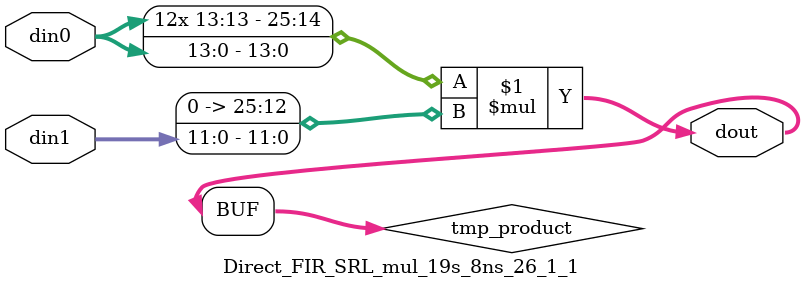
<source format=v>

`timescale 1 ns / 1 ps

 module Direct_FIR_SRL_mul_19s_8ns_26_1_1(din0, din1, dout);
parameter ID = 1;
parameter NUM_STAGE = 0;
parameter din0_WIDTH = 14;
parameter din1_WIDTH = 12;
parameter dout_WIDTH = 26;

input [din0_WIDTH - 1 : 0] din0; 
input [din1_WIDTH - 1 : 0] din1; 
output [dout_WIDTH - 1 : 0] dout;

wire signed [dout_WIDTH - 1 : 0] tmp_product;


























assign tmp_product = $signed(din0) * $signed({1'b0, din1});









assign dout = tmp_product;





















endmodule

</source>
